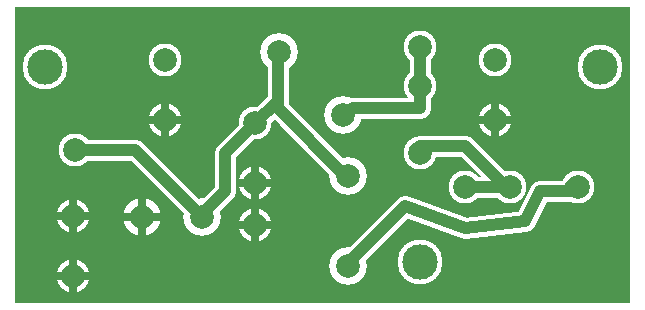
<source format=gbr>
%FSLAX34Y34*%
%MOMM*%
%LNCOPPER_BOTTOM*%
G71*
G01*
%ADD10C,2.800*%
%ADD11C,3.200*%
%ADD12C,2.800*%
%ADD13C,1.800*%
%ADD14C,3.800*%
%ADD15C,0.680*%
%ADD16C,0.667*%
%ADD17C,2.000*%
%ADD18C,2.000*%
%ADD19C,1.000*%
%ADD20C,3.000*%
%LPD*%
G36*
X-127000Y146050D02*
X393000Y146050D01*
X393000Y-103950D01*
X-127000Y-103950D01*
X-127000Y146050D01*
G37*
%LPC*%
X215900Y79500D02*
G54D10*
D03*
X215900Y22350D02*
G54D10*
D03*
X-76200Y25400D02*
G54D10*
D03*
X-78445Y-30820D02*
G54D10*
D03*
X292100Y-6350D02*
G54D10*
D03*
X349250Y-6350D02*
G54D10*
D03*
X150277Y54700D02*
G54D11*
D03*
X96395Y108652D02*
G54D11*
D03*
X150277Y54700D02*
G54D12*
D03*
X154328Y-73076D02*
G54D11*
D03*
X154378Y3174D02*
G54D11*
D03*
X154328Y-73076D02*
G54D12*
D03*
X76200Y47750D02*
G54D10*
D03*
X76200Y-3050D02*
G54D10*
D03*
X-78445Y-30820D02*
G54D10*
D03*
G54D13*
X154378Y3174D02*
X152400Y3250D01*
X95250Y60400D01*
X95250Y111200D01*
X96395Y108652D01*
G54D13*
X76200Y47750D02*
X76200Y47700D01*
X95250Y66750D01*
X95250Y111200D01*
X96395Y108652D01*
G54D13*
X150277Y54700D02*
X152400Y54050D01*
X158750Y60400D01*
X215900Y60400D01*
X215900Y79500D01*
X76200Y-3050D02*
G54D10*
D03*
X-19906Y-31657D02*
G54D11*
D03*
X31074Y-31545D02*
G54D11*
D03*
X-19906Y-31657D02*
G54D11*
D03*
G54D13*
X31074Y-31545D02*
X31750Y-28500D01*
X50800Y-9450D01*
X50800Y22300D01*
X76200Y47700D01*
X76200Y47750D01*
G54D13*
X292100Y-6350D02*
X292100Y-9450D01*
X254000Y28650D01*
X215900Y28650D01*
X215900Y28700D01*
G54D13*
X154328Y-73076D02*
X152400Y-72950D01*
X203200Y-22150D01*
X254000Y-41150D01*
X304800Y-34850D01*
X317500Y-9450D01*
X342900Y-9450D01*
X342900Y-6350D01*
X254000Y-6350D02*
G54D10*
D03*
G54D13*
X254000Y-6350D02*
X292100Y-6350D01*
X76200Y-38100D02*
G54D10*
D03*
X215900Y112520D02*
G54D10*
D03*
G54D13*
X215900Y112520D02*
X215900Y111250D01*
X215900Y73150D01*
X215900Y79500D01*
X0Y101600D02*
G54D10*
D03*
X0Y50800D02*
G54D10*
D03*
X279400Y101600D02*
G54D10*
D03*
X279400Y50800D02*
G54D10*
D03*
X-78445Y-81620D02*
G54D10*
D03*
G54D13*
X31074Y-31545D02*
X25400Y-25400D01*
X-25400Y25400D01*
X-76200Y25400D01*
X215900Y-69850D02*
G54D14*
D03*
X-101600Y95250D02*
G54D14*
D03*
X368300Y95250D02*
G54D14*
D03*
%LPD*%
G54D15*
G36*
X-75045Y-30820D02*
X-75045Y-45320D01*
X-81845Y-45320D01*
X-81845Y-30820D01*
X-75045Y-30820D01*
G37*
G36*
X-78445Y-34220D02*
X-92945Y-34220D01*
X-92945Y-27420D01*
X-78445Y-27420D01*
X-78445Y-34220D01*
G37*
G36*
X-81845Y-30820D02*
X-81845Y-16320D01*
X-75045Y-16320D01*
X-75045Y-30820D01*
X-81845Y-30820D01*
G37*
G36*
X-78445Y-27420D02*
X-63945Y-27420D01*
X-63945Y-34220D01*
X-78445Y-34220D01*
X-78445Y-27420D01*
G37*
G54D15*
G36*
X76200Y350D02*
X90700Y350D01*
X90700Y-6450D01*
X76200Y-6450D01*
X76200Y350D01*
G37*
G36*
X79600Y-3050D02*
X79600Y-17550D01*
X72800Y-17550D01*
X72800Y-3050D01*
X79600Y-3050D01*
G37*
G36*
X76200Y-6450D02*
X61700Y-6450D01*
X61700Y350D01*
X76200Y350D01*
X76200Y-6450D01*
G37*
G36*
X72800Y-3050D02*
X72800Y11450D01*
X79600Y11450D01*
X79600Y-3050D01*
X72800Y-3050D01*
G37*
G54D15*
G36*
X-19906Y-35057D02*
X-36406Y-35057D01*
X-36406Y-28257D01*
X-19906Y-28257D01*
X-19906Y-35057D01*
G37*
G36*
X-23306Y-31657D02*
X-23306Y-15157D01*
X-16506Y-15157D01*
X-16506Y-31657D01*
X-23306Y-31657D01*
G37*
G36*
X-19906Y-28257D02*
X-3406Y-28257D01*
X-3406Y-35057D01*
X-19906Y-35057D01*
X-19906Y-28257D01*
G37*
G36*
X-16506Y-31657D02*
X-16506Y-48157D01*
X-23306Y-48157D01*
X-23306Y-31657D01*
X-16506Y-31657D01*
G37*
G54D15*
G36*
X76200Y-34700D02*
X90700Y-34700D01*
X90700Y-41500D01*
X76200Y-41500D01*
X76200Y-34700D01*
G37*
G36*
X79600Y-38100D02*
X79600Y-52600D01*
X72800Y-52600D01*
X72800Y-38100D01*
X79600Y-38100D01*
G37*
G36*
X76200Y-41500D02*
X61700Y-41500D01*
X61700Y-34700D01*
X76200Y-34700D01*
X76200Y-41500D01*
G37*
G36*
X72800Y-38100D02*
X72800Y-23600D01*
X79600Y-23600D01*
X79600Y-38100D01*
X72800Y-38100D01*
G37*
G54D16*
G36*
X-3333Y50800D02*
X-3333Y65300D01*
X3333Y65300D01*
X3333Y50800D01*
X-3333Y50800D01*
G37*
G36*
X0Y54133D02*
X14500Y54133D01*
X14500Y47467D01*
X0Y47467D01*
X0Y54133D01*
G37*
G36*
X3333Y50800D02*
X3333Y36300D01*
X-3333Y36300D01*
X-3333Y50800D01*
X3333Y50800D01*
G37*
G36*
X0Y47467D02*
X-14500Y47467D01*
X-14500Y54133D01*
X0Y54133D01*
X0Y47467D01*
G37*
G54D16*
G36*
X276067Y50800D02*
X276067Y65300D01*
X282733Y65300D01*
X282733Y50800D01*
X276067Y50800D01*
G37*
G36*
X279400Y54133D02*
X293900Y54133D01*
X293900Y47467D01*
X279400Y47467D01*
X279400Y54133D01*
G37*
G36*
X282733Y50800D02*
X282733Y36300D01*
X276067Y36300D01*
X276067Y50800D01*
X282733Y50800D01*
G37*
G36*
X279400Y47467D02*
X264900Y47467D01*
X264900Y54133D01*
X279400Y54133D01*
X279400Y47467D01*
G37*
G54D15*
G36*
X-75045Y-81620D02*
X-75045Y-96120D01*
X-81845Y-96120D01*
X-81845Y-81620D01*
X-75045Y-81620D01*
G37*
G36*
X-78445Y-85020D02*
X-92945Y-85020D01*
X-92945Y-78220D01*
X-78445Y-78220D01*
X-78445Y-85020D01*
G37*
G36*
X-81845Y-81620D02*
X-81845Y-67120D01*
X-75045Y-67120D01*
X-75045Y-81620D01*
X-81845Y-81620D01*
G37*
G36*
X-78445Y-78220D02*
X-63945Y-78220D01*
X-63945Y-85020D01*
X-78445Y-85020D01*
X-78445Y-78220D01*
G37*
X215900Y79500D02*
G54D17*
D03*
X215900Y22350D02*
G54D17*
D03*
X-76200Y25400D02*
G54D17*
D03*
X-78445Y-30820D02*
G54D17*
D03*
X292100Y-6350D02*
G54D17*
D03*
X349250Y-6350D02*
G54D17*
D03*
X150277Y54700D02*
G54D17*
D03*
X96395Y108652D02*
G54D17*
D03*
X150277Y54700D02*
G54D18*
D03*
X154328Y-73076D02*
G54D17*
D03*
X154378Y3174D02*
G54D17*
D03*
X154328Y-73076D02*
G54D18*
D03*
X76200Y47750D02*
G54D17*
D03*
X76200Y-3050D02*
G54D17*
D03*
X-78445Y-30820D02*
G54D17*
D03*
G54D19*
X154378Y3174D02*
X152400Y3250D01*
X95250Y60400D01*
X95250Y111200D01*
X96395Y108652D01*
G54D19*
X76200Y47750D02*
X76200Y47700D01*
X95250Y66750D01*
X95250Y111200D01*
X96395Y108652D01*
G54D19*
X150277Y54700D02*
X152400Y54050D01*
X158750Y60400D01*
X215900Y60400D01*
X215900Y79500D01*
X76200Y-3050D02*
G54D17*
D03*
X-19906Y-31657D02*
G54D17*
D03*
X31074Y-31545D02*
G54D17*
D03*
X-19906Y-31657D02*
G54D17*
D03*
G54D19*
X31074Y-31545D02*
X31750Y-28500D01*
X50800Y-9450D01*
X50800Y22300D01*
X76200Y47700D01*
X76200Y47750D01*
G54D19*
X292100Y-6350D02*
X292100Y-9450D01*
X254000Y28650D01*
X215900Y28650D01*
X215900Y28700D01*
G54D19*
X154328Y-73076D02*
X152400Y-72950D01*
X203200Y-22150D01*
X254000Y-41150D01*
X304800Y-34850D01*
X317500Y-9450D01*
X342900Y-9450D01*
X342900Y-6350D01*
X254000Y-6350D02*
G54D17*
D03*
G54D19*
X254000Y-6350D02*
X292100Y-6350D01*
X76200Y-38100D02*
G54D17*
D03*
X215900Y112520D02*
G54D17*
D03*
G54D19*
X215900Y112520D02*
X215900Y111250D01*
X215900Y73150D01*
X215900Y79500D01*
X0Y101600D02*
G54D17*
D03*
X0Y50800D02*
G54D17*
D03*
X279400Y101600D02*
G54D17*
D03*
X279400Y50800D02*
G54D17*
D03*
X-78445Y-81620D02*
G54D17*
D03*
G54D19*
X31074Y-31545D02*
X25400Y-25400D01*
X-25400Y25400D01*
X-76200Y25400D01*
X215900Y-69850D02*
G54D20*
D03*
X-101600Y95250D02*
G54D20*
D03*
X368300Y95250D02*
G54D20*
D03*
M02*

</source>
